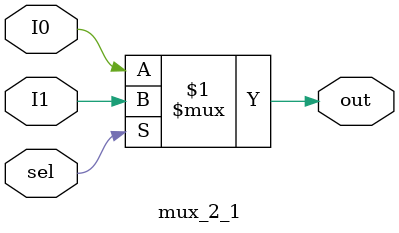
<source format=v>
module mux_2_1(input I0,I1,sel,output out );

assign out = (sel) ? I1 :I0;

endmodule

</source>
